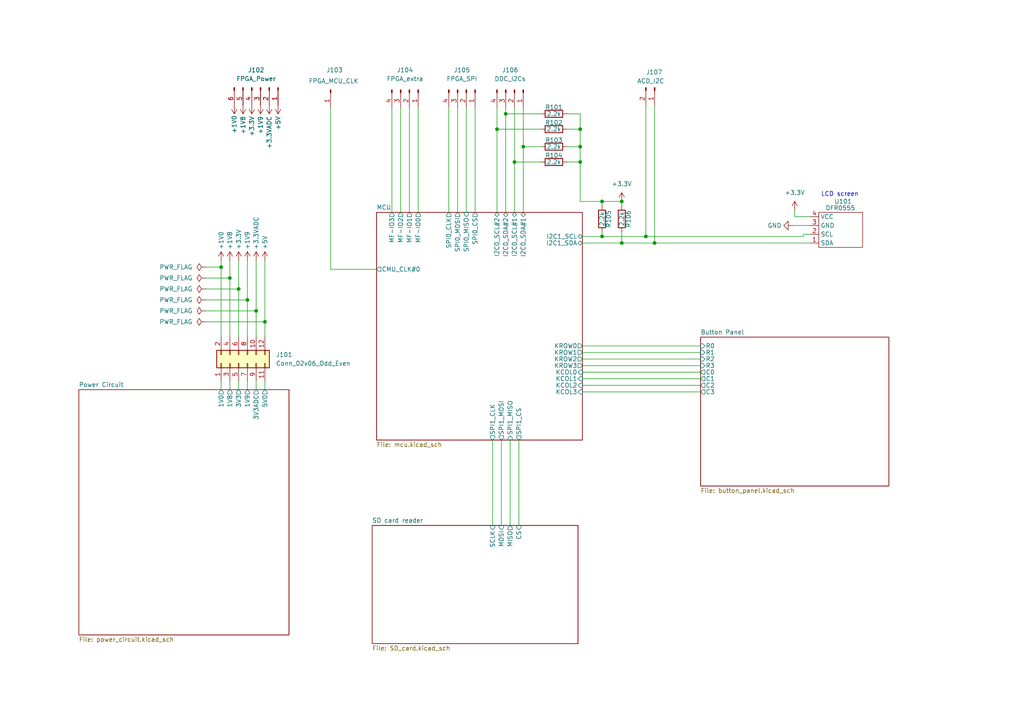
<source format=kicad_sch>
(kicad_sch (version 20211123) (generator eeschema)
  (paper "A4")
  (title_block (title "VGA Centrifuge - MCU area") (rev "v01"))
  (lib_symbols
    (symbol "Connector:Conn_01x01_Male" (pin_names (offset 1.016) hide)
      (property "Reference" "J" (at 0 2.54 0))
      (property "Value" "Conn_01x01_Male" (at 0 -2.54 0))
      (symbol "Conn_01x01_Male_1_1"
        (polyline (pts (xy 1.27 0) (xy 0.8636 0)) (stroke (width 0.1524)))
        (rectangle (start 0.8636 0.127) (end 0 -0.127) (stroke (width 0.1524)) (fill (type outline)))
        (pin passive line (at 5.08 0 180) (length 3.81) (name "Pin_1") (number "1"))
      )
    )
    (symbol "Connector:Conn_01x02_Male" (pin_names (offset 1.016) hide)
      (property "Reference" "J" (at 0 2.54 0))
      (property "Value" "Conn_01x02_Male" (at 0 -5.08 0))
      (symbol "Conn_01x02_Male_1_1"
        (polyline (pts (xy 1.27 -2.54) (xy 0.8636 -2.54)) (stroke (width 0.1524)))
        (polyline (pts (xy 1.27 0) (xy 0.8636 0)) (stroke (width 0.1524)))
        (rectangle (start 0.8636 -2.413) (end 0 -2.667) (stroke (width 0.1524)) (fill (type outline)))
        (rectangle (start 0.8636 0.127) (end 0 -0.127) (stroke (width 0.1524)) (fill (type outline)))
        (pin passive line (at 5.08 0 180) (length 3.81) (name "Pin_1") (number "1"))
        (pin passive line (at 5.08 -2.54 180) (length 3.81) (name "Pin_2") (number "2"))
      )
    )
    (symbol "Connector:Conn_01x04_Male" (pin_names (offset 1.016) hide)
      (property "Reference" "J" (at 0 5.08 0))
      (property "Value" "Conn_01x04_Male" (at 0 -7.62 0))
      (symbol "Conn_01x04_Male_1_1"
        (polyline (pts (xy 1.27 -5.08) (xy 0.8636 -5.08)) (stroke (width 0.1524)))
        (polyline (pts (xy 1.27 -2.54) (xy 0.8636 -2.54)) (stroke (width 0.1524)))
        (polyline (pts (xy 1.27 0) (xy 0.8636 0)) (stroke (width 0.1524)))
        (polyline (pts (xy 1.27 2.54) (xy 0.8636 2.54)) (stroke (width 0.1524)))
        (rectangle (start 0.8636 -4.953) (end 0 -5.207) (stroke (width 0.1524)) (fill (type outline)))
        (rectangle (start 0.8636 -2.413) (end 0 -2.667) (stroke (width 0.1524)) (fill (type outline)))
        (rectangle (start 0.8636 0.127) (end 0 -0.127) (stroke (width 0.1524)) (fill (type outline)))
        (rectangle (start 0.8636 2.667) (end 0 2.413) (stroke (width 0.1524)) (fill (type outline)))
        (pin passive line (at 5.08 2.54 180) (length 3.81) (name "Pin_1") (number "1"))
        (pin passive line (at 5.08 0 180) (length 3.81) (name "Pin_2") (number "2"))
        (pin passive line (at 5.08 -2.54 180) (length 3.81) (name "Pin_3") (number "3"))
        (pin passive line (at 5.08 -5.08 180) (length 3.81) (name "Pin_4") (number "4"))
      )
    )
    (symbol "Connector:Conn_01x06_Male" (pin_names (offset 1.016) hide)
      (property "Reference" "J" (at 0 7.62 0))
      (property "Value" "Conn_01x06_Male" (at 0 -10.16 0))
      (symbol "Conn_01x06_Male_1_1"
        (polyline (pts (xy 1.27 -7.62) (xy 0.8636 -7.62)) (stroke (width 0.1524)))
        (polyline (pts (xy 1.27 -5.08) (xy 0.8636 -5.08)) (stroke (width 0.1524)))
        (polyline (pts (xy 1.27 -2.54) (xy 0.8636 -2.54)) (stroke (width 0.1524)))
        (polyline (pts (xy 1.27 0) (xy 0.8636 0)) (stroke (width 0.1524)))
        (polyline (pts (xy 1.27 2.54) (xy 0.8636 2.54)) (stroke (width 0.1524)))
        (polyline (pts (xy 1.27 5.08) (xy 0.8636 5.08)) (stroke (width 0.1524)))
        (rectangle (start 0.8636 -7.493) (end 0 -7.747) (stroke (width 0.1524)) (fill (type outline)))
        (rectangle (start 0.8636 -4.953) (end 0 -5.207) (stroke (width 0.1524)) (fill (type outline)))
        (rectangle (start 0.8636 -2.413) (end 0 -2.667) (stroke (width 0.1524)) (fill (type outline)))
        (rectangle (start 0.8636 0.127) (end 0 -0.127) (stroke (width 0.1524)) (fill (type outline)))
        (rectangle (start 0.8636 2.667) (end 0 2.413) (stroke (width 0.1524)) (fill (type outline)))
        (rectangle (start 0.8636 5.207) (end 0 4.953) (stroke (width 0.1524)) (fill (type outline)))
        (pin passive line (at 5.08 5.08 180) (length 3.81) (name "Pin_1") (number "1"))
        (pin passive line (at 5.08 2.54 180) (length 3.81) (name "Pin_2") (number "2"))
        (pin passive line (at 5.08 0 180) (length 3.81) (name "Pin_3") (number "3"))
        (pin passive line (at 5.08 -2.54 180) (length 3.81) (name "Pin_4") (number "4"))
        (pin passive line (at 5.08 -5.08 180) (length 3.81) (name "Pin_5") (number "5"))
        (pin passive line (at 5.08 -7.62 180) (length 3.81) (name "Pin_6") (number "6"))
      )
    )
    (symbol "Connector_Generic:Conn_02x06_Odd_Even" (pin_names (offset 1.016) hide)
      (property "Reference" "J" (at 1.27 7.62 0))
      (property "Value" "Conn_02x06_Odd_Even" (at 1.27 -10.16 0))
      (symbol "Conn_02x06_Odd_Even_1_1"
        (rectangle (start -1.27 -7.493) (end 0 -7.747) (stroke (width 0.1524)))
        (rectangle (start -1.27 -4.953) (end 0 -5.207) (stroke (width 0.1524)))
        (rectangle (start -1.27 -2.413) (end 0 -2.667) (stroke (width 0.1524)))
        (rectangle (start -1.27 0.127) (end 0 -0.127) (stroke (width 0.1524)))
        (rectangle (start -1.27 2.667) (end 0 2.413) (stroke (width 0.1524)))
        (rectangle (start -1.27 5.207) (end 0 4.953) (stroke (width 0.1524)))
        (rectangle (start -1.27 6.35) (end 3.81 -8.89) (stroke (width 0.254)) (fill (type background)))
        (rectangle (start 3.81 -7.493) (end 2.54 -7.747) (stroke (width 0.1524)))
        (rectangle (start 3.81 -4.953) (end 2.54 -5.207) (stroke (width 0.1524)))
        (rectangle (start 3.81 -2.413) (end 2.54 -2.667) (stroke (width 0.1524)))
        (rectangle (start 3.81 0.127) (end 2.54 -0.127) (stroke (width 0.1524)))
        (rectangle (start 3.81 2.667) (end 2.54 2.413) (stroke (width 0.1524)))
        (rectangle (start 3.81 5.207) (end 2.54 4.953) (stroke (width 0.1524)))
        (pin passive line (at -5.08 5.08 0) (length 3.81) (name "Pin_1") (number "1"))
        (pin passive line (at 7.62 -5.08 180) (length 3.81) (name "Pin_10") (number "10"))
        (pin passive line (at -5.08 -7.62 0) (length 3.81) (name "Pin_11") (number "11"))
        (pin passive line (at 7.62 -7.62 180) (length 3.81) (name "Pin_12") (number "12"))
        (pin passive line (at 7.62 5.08 180) (length 3.81) (name "Pin_2") (number "2"))
        (pin passive line (at -5.08 2.54 0) (length 3.81) (name "Pin_3") (number "3"))
        (pin passive line (at 7.62 2.54 180) (length 3.81) (name "Pin_4") (number "4"))
        (pin passive line (at -5.08 0 0) (length 3.81) (name "Pin_5") (number "5"))
        (pin passive line (at 7.62 0 180) (length 3.81) (name "Pin_6") (number "6"))
        (pin passive line (at -5.08 -2.54 0) (length 3.81) (name "Pin_7") (number "7"))
        (pin passive line (at 7.62 -2.54 180) (length 3.81) (name "Pin_8") (number "8"))
        (pin passive line (at -5.08 -5.08 0) (length 3.81) (name "Pin_9") (number "9"))
      )
    )
    (symbol "Device:R" (pin_numbers hide) (pin_names (offset 0))
      (property "Reference" "R" (at 2.032 0 90))
      (property "Value" "R" (at 0 0 90))
      (symbol "R_0_1"
        (rectangle (start -1.016 -2.54) (end 1.016 2.54) (stroke (width 0.254)))
      )
      (symbol "R_1_1"
        (pin passive line (at 0 3.81 270) (length 1.27) (name "~") (number "1"))
        (pin passive line (at 0 -3.81 90) (length 1.27) (name "~") (number "2"))
      )
    )
    (symbol "mcu_centrifuge_library:+1V9" (power) (pin_names (offset 0))
      (property "Value" "+1V9" (at 0 3.556 0))
      (symbol "+1V9_0_1"
        (polyline (pts (xy -0.762 1.27) (xy 0 2.54)))
        (polyline (pts (xy 0 0) (xy 0 2.54)))
        (polyline (pts (xy 0 2.54) (xy 0.762 1.27)))
      )
      (symbol "+1V9_1_1"
        (pin power_in line (at 0 0 90) (length 0) hide (name "+1V9") (number "1"))
      )
    )
    (symbol "mcu_centrifuge_library:DFR0555"
      (property "Reference" "U101" (at -1.905 5.715 0))
      (property "Value" "DFR0555" (at -4.445 3.81 0))
      (symbol "DFR0555_0_1"
        (rectangle (start -6.35 2.54) (end 6.35 -7.62))
      )
      (symbol "DFR0555_1_1"
        (pin open_collector line (at -8.89 -6.35 0) (length 2.54) (name "SDA") (number "1"))
        (pin open_collector line (at -8.89 -3.81 0) (length 2.54) (name "SCL") (number "2"))
        (pin power_in line (at -8.89 -1.27 0) (length 2.54) (name "GND") (number "3"))
        (pin power_in line (at -8.89 1.27 0) (length 2.54) (name "VCC") (number "4"))
      )
    )
    (symbol "power:+1V0" (power) (pin_names (offset 0))
      (property "Value" "+1V0" (at 0 3.556 0))
      (symbol "+1V0_0_1"
        (polyline (pts (xy -0.762 1.27) (xy 0 2.54)))
        (polyline (pts (xy 0 0) (xy 0 2.54)))
        (polyline (pts (xy 0 2.54) (xy 0.762 1.27)))
      )
      (symbol "+1V0_1_1"
        (pin power_in line (at 0 0 90) (length 0) hide (name "+1V0") (number "1"))
      )
    )
    (symbol "power:+1V8" (power) (pin_names (offset 0))
      (property "Value" "+1V8" (at 0 3.556 0))
      (symbol "+1V8_0_1"
        (polyline (pts (xy -0.762 1.27) (xy 0 2.54)))
        (polyline (pts (xy 0 0) (xy 0 2.54)))
        (polyline (pts (xy 0 2.54) (xy 0.762 1.27)))
      )
      (symbol "+1V8_1_1"
        (pin power_in line (at 0 0 90) (length 0) hide (name "+1V8") (number "1"))
      )
    )
    (symbol "power:+3.3V" (power) (pin_names (offset 0))
      (property "Value" "+3.3V" (at 0 3.556 0))
      (symbol "+3.3V_0_1"
        (polyline (pts (xy -0.762 1.27) (xy 0 2.54)))
        (polyline (pts (xy 0 0) (xy 0 2.54)))
        (polyline (pts (xy 0 2.54) (xy 0.762 1.27)))
      )
      (symbol "+3.3V_1_1"
        (pin power_in line (at 0 0 90) (length 0) hide (name "+3.3V") (number "1"))
      )
    )
    (symbol "power:+3.3VADC" (power) (pin_names (offset 0))
      (property "Value" "+3.3VADC" (at 0 2.54 0))
      (symbol "+3.3VADC_0_0"
        (pin power_in line (at 0 0 90) (length 0) hide (name "+3.3VADC") (number "1"))
      )
      (symbol "+3.3VADC_0_1"
        (polyline (pts (xy -0.762 1.27) (xy 0 2.54)))
        (polyline (pts (xy 0 0) (xy 0 2.54)))
        (polyline (pts (xy 0 2.54) (xy 0.762 1.27)))
      )
    )
    (symbol "power:+5V" (power) (pin_names (offset 0))
      (property "Value" "+5V" (at 0 3.556 0))
      (symbol "+5V_0_1"
        (polyline (pts (xy -0.762 1.27) (xy 0 2.54)))
        (polyline (pts (xy 0 0) (xy 0 2.54)))
        (polyline (pts (xy 0 2.54) (xy 0.762 1.27)))
      )
      (symbol "+5V_1_1"
        (pin power_in line (at 0 0 90) (length 0) hide (name "+5V") (number "1"))
      )
    )
    (symbol "power:GND" (power) (pin_names (offset 0))
      (property "Value" "GND" (at 0 -3.81 0))
      (symbol "GND_0_1"
        (polyline (pts (xy 0 0) (xy 0 -1.27) (xy 1.27 -1.27) (xy 0 -2.54) (xy -1.27 -1.27) (xy 0 -1.27)))
      )
      (symbol "GND_1_1"
        (pin power_in line (at 0 0 270) (length 0) hide (name "GND") (number "1"))
      )
    )
    (symbol "power:PWR_FLAG" (power) (pin_numbers hide) (pin_names (offset 0) hide)
      (property "Value" "PWR_FLAG" (at 0 3.81 0))
      (symbol "PWR_FLAG_0_0"
        (pin power_out line (at 0 0 90) (length 0) (name "pwr") (number "1"))
      )
      (symbol "PWR_FLAG_0_1"
        (polyline (pts (xy 0 0) (xy 0 1.27) (xy -1.016 1.905) (xy 0 2.54) (xy 1.016 1.905) (xy 0 1.27)))
      )
    )
  )
  (junction (at 71.755 86.995))
  (junction (at 168.275 42.545))
  (junction (at 187.325 68.58))
  (junction (at 149.225 46.99))
  (junction (at 144.145 37.465))
  (junction (at 76.835 93.345))
  (junction (at 189.865 70.485))
  (junction (at 74.295 90.17))
  (junction (at 174.625 68.58))
  (junction (at 168.275 37.465))
  (junction (at 174.625 58.42))
  (junction (at 66.675 80.645))
  (junction (at 180.34 58.42))
  (junction (at 180.34 70.485))
  (junction (at 151.765 42.545))
  (junction (at 64.135 77.47))
  (junction (at 69.215 83.82))
  (junction (at 146.685 33.02))
  (junction (at 168.275 46.99))
  (wire (pts (xy 174.625 58.42) (xy 174.625 59.69)))
  (wire (pts (xy 135.255 31.115) (xy 135.255 61.595)))
  (wire (pts (xy 59.69 83.82) (xy 69.215 83.82)))
  (wire (pts (xy 149.225 46.99) (xy 149.225 61.595)))
  (wire (pts (xy 76.835 75.565) (xy 76.835 93.345)))
  (wire (pts (xy 168.275 58.42) (xy 174.625 58.42)))
  (wire (pts (xy 69.215 113.03) (xy 69.215 110.49)))
  (wire (pts (xy 230.505 62.865) (xy 230.505 60.96)))
  (wire (pts (xy 149.225 31.115) (xy 149.225 46.99)))
  (wire (pts (xy 164.465 33.02) (xy 168.275 33.02)))
  (wire (pts (xy 142.875 127.635) (xy 142.875 152.4)))
  (wire (pts (xy 168.275 42.545) (xy 168.275 46.99)))
  (wire (pts (xy 144.145 31.115) (xy 144.145 37.465)))
  (wire (pts (xy 229.87 65.405) (xy 234.95 65.405)))
  (wire (pts (xy 168.91 102.235) (xy 203.2 102.235)))
  (wire (pts (xy 151.765 42.545) (xy 156.845 42.545)))
  (wire (pts (xy 168.275 37.465) (xy 168.275 42.545)))
  (wire (pts (xy 230.505 62.865) (xy 234.95 62.865)))
  (wire (pts (xy 130.175 31.115) (xy 130.175 61.595)))
  (wire (pts (xy 74.295 110.49) (xy 74.295 113.03)))
  (wire (pts (xy 189.865 70.485) (xy 234.95 70.485)))
  (wire (pts (xy 118.745 31.115) (xy 118.745 61.595)))
  (wire (pts (xy 168.91 107.95) (xy 203.2 107.95)))
  (wire (pts (xy 74.295 75.565) (xy 74.295 90.17)))
  (wire (pts (xy 64.135 113.03) (xy 64.135 110.49)))
  (wire (pts (xy 59.69 86.995) (xy 71.755 86.995)))
  (wire (pts (xy 168.91 100.33) (xy 203.2 100.33)))
  (wire (pts (xy 71.755 86.995) (xy 71.755 97.79)))
  (wire (pts (xy 147.955 127.635) (xy 147.955 152.4)))
  (wire (pts (xy 59.69 80.645) (xy 66.675 80.645)))
  (wire (pts (xy 168.91 70.485) (xy 180.34 70.485)))
  (wire (pts (xy 71.755 110.49) (xy 71.755 113.03)))
  (wire (pts (xy 66.675 75.565) (xy 66.675 80.645)))
  (wire (pts (xy 146.685 33.02) (xy 146.685 61.595)))
  (wire (pts (xy 168.275 46.99) (xy 168.275 58.42)))
  (wire (pts (xy 168.91 106.045) (xy 203.2 106.045)))
  (wire (pts (xy 59.69 90.17) (xy 74.295 90.17)))
  (wire (pts (xy 137.795 31.115) (xy 137.795 61.595)))
  (wire (pts (xy 187.325 68.58) (xy 233.045 68.58)))
  (wire (pts (xy 149.225 46.99) (xy 156.845 46.99)))
  (wire (pts (xy 180.34 70.485) (xy 189.865 70.485)))
  (wire (pts (xy 64.135 75.565) (xy 64.135 77.47)))
  (wire (pts (xy 168.91 68.58) (xy 174.625 68.58)))
  (wire (pts (xy 187.325 30.48) (xy 187.325 68.58)))
  (wire (pts (xy 69.215 83.82) (xy 69.215 97.79)))
  (wire (pts (xy 132.715 31.115) (xy 132.715 61.595)))
  (wire (pts (xy 168.91 109.855) (xy 203.2 109.855)))
  (wire (pts (xy 109.22 78.105) (xy 95.885 78.105)))
  (wire (pts (xy 180.34 67.31) (xy 180.34 70.485)))
  (wire (pts (xy 174.625 58.42) (xy 180.34 58.42)))
  (wire (pts (xy 168.275 33.02) (xy 168.275 37.465)))
  (wire (pts (xy 66.675 113.03) (xy 66.675 110.49)))
  (wire (pts (xy 121.285 31.115) (xy 121.285 61.595)))
  (wire (pts (xy 116.205 31.115) (xy 116.205 61.595)))
  (wire (pts (xy 76.835 110.49) (xy 76.835 113.03)))
  (wire (pts (xy 164.465 46.99) (xy 168.275 46.99)))
  (wire (pts (xy 66.675 80.645) (xy 66.675 97.79)))
  (wire (pts (xy 189.865 30.48) (xy 189.865 70.485)))
  (wire (pts (xy 233.045 67.945) (xy 234.95 67.945)))
  (wire (pts (xy 144.145 37.465) (xy 156.845 37.465)))
  (wire (pts (xy 151.765 42.545) (xy 151.765 61.595)))
  (wire (pts (xy 151.765 31.115) (xy 151.765 42.545)))
  (wire (pts (xy 95.885 31.115) (xy 95.885 78.105)))
  (wire (pts (xy 164.465 42.545) (xy 168.275 42.545)))
  (wire (pts (xy 180.34 58.42) (xy 180.34 59.69)))
  (wire (pts (xy 71.755 75.565) (xy 71.755 86.995)))
  (wire (pts (xy 233.045 68.58) (xy 233.045 67.945)))
  (wire (pts (xy 144.145 37.465) (xy 144.145 61.595)))
  (wire (pts (xy 168.91 111.76) (xy 203.2 111.76)))
  (wire (pts (xy 168.91 104.14) (xy 203.2 104.14)))
  (wire (pts (xy 174.625 68.58) (xy 187.325 68.58)))
  (wire (pts (xy 146.685 33.02) (xy 156.845 33.02)))
  (wire (pts (xy 164.465 37.465) (xy 168.275 37.465)))
  (wire (pts (xy 168.91 113.665) (xy 203.2 113.665)))
  (wire (pts (xy 150.495 127.635) (xy 150.495 152.4)))
  (wire (pts (xy 174.625 67.31) (xy 174.625 68.58)))
  (wire (pts (xy 113.665 31.115) (xy 113.665 61.595)))
  (wire (pts (xy 59.69 93.345) (xy 76.835 93.345)))
  (wire (pts (xy 64.135 77.47) (xy 64.135 97.79)))
  (wire (pts (xy 69.215 75.565) (xy 69.215 83.82)))
  (wire (pts (xy 59.69 77.47) (xy 64.135 77.47)))
  (wire (pts (xy 74.295 90.17) (xy 74.295 97.79)))
  (wire (pts (xy 76.835 93.345) (xy 76.835 97.79)))
  (wire (pts (xy 146.685 31.115) (xy 146.685 33.02)))
  (wire (pts (xy 145.415 127.635) (xy 145.415 152.4)))
  (text "LCD screen" (at 238.125 57.15 0) (effects (font (size 1.27 1.27)) (justify left bottom)))
  (symbol (lib_id "power:PWR_FLAG") (at 59.69 80.645 90) (unit 1)
    (property "Reference" "#FLG0102" (effects hide))
    (property "Value" "PWR_FLAG" (at 55.88 80.6449 90) (effects (justify left)))
  )
  (symbol (lib_id "power:+5V") (at 80.645 30.48 180) (unit 1)
    (property "Reference" "#PWR0112" (effects hide))
    (property "Value" "+5V" (at 80.6451 33.655 90) (effects (justify left)))
  )
  (symbol (lib_id "Device:R") (at 160.655 42.545 90) (unit 1)
    (property "Reference" "R103" (at 160.655 40.64 90))
    (property "Value" "2.2k" (at 160.655 42.545 90))
    (property "Footprint" "Resistor_SMD:R_0805_2012Metric_Pad1.20x1.40mm_HandSolder" (effects hide))
    (property "Purchase" "https://www.digikey.no/no/products/detail/yageo/AC0805FR-072K2L/5896727" (effects hide))
  )
  (symbol (lib_id "Connector:Conn_01x04_Male") (at 135.255 26.035 270) (unit 1)
    (property "Reference" "J105" (at 133.985 20.32 90))
    (property "Value" "FPGA_SPI" (at 133.985 22.86 90))
    (property "Footprint" "Connector_PinHeader_2.54mm:PinHeader_1x04_P2.54mm_Vertical" (effects hide))
  )
  (symbol (lib_id "Device:R") (at 174.625 63.5 0) (unit 1)
    (property "Reference" "R105" (at 176.53 63.5 90))
    (property "Value" "2.2k" (at 174.625 63.5 90))
    (property "Footprint" "Resistor_SMD:R_0805_2012Metric_Pad1.20x1.40mm_HandSolder" (effects hide))
    (property "Purchase" "https://www.digikey.no/no/products/detail/yageo/AC0805FR-072K2L/5896727" (effects hide))
  )
  (symbol (lib_id "Device:R") (at 180.34 63.5 0) (unit 1)
    (property "Reference" "R106" (at 182.245 63.5 90))
    (property "Value" "2.2k" (at 180.34 63.5 90))
    (property "Footprint" "Resistor_SMD:R_0805_2012Metric_Pad1.20x1.40mm_HandSolder" (effects hide))
    (property "Purchase" "https://www.digikey.no/no/products/detail/yageo/AC0805FR-072K2L/5896727" (effects hide))
  )
  (symbol (lib_id "power:+3.3V") (at 230.505 60.96 0) (unit 1)
    (property "Reference" "#PWR0115" (effects hide))
    (property "Value" "+3.3V" (at 230.505 55.88 0))
  )
  (symbol (lib_id "Connector:Conn_01x06_Male") (at 75.565 25.4 270) (unit 1)
    (property "Reference" "J102" (at 74.295 20.32 90))
    (property "Value" "FPGA_Power" (at 74.295 22.86 90))
    (property "Footprint" "Connector_PinHeader_2.54mm:PinHeader_1x06_P2.54mm_Vertical" (effects hide))
  )
  (symbol (lib_id "power:PWR_FLAG") (at 59.69 93.345 90) (unit 1)
    (property "Reference" "#FLG0106" (effects hide))
    (property "Value" "PWR_FLAG" (at 55.88 93.3449 90) (effects (justify left)))
  )
  (symbol (lib_id "Device:R") (at 160.655 46.99 90) (unit 1)
    (property "Reference" "R104" (at 160.655 45.085 90))
    (property "Value" "2.2k" (at 160.655 46.99 90))
    (property "Footprint" "Resistor_SMD:R_0805_2012Metric_Pad1.20x1.40mm_HandSolder" (effects hide))
    (property "Purchase" "https://www.digikey.no/no/products/detail/yageo/AC0805FR-072K2L/5896727" (effects hide))
  )
  (symbol (lib_id "mcu_centrifuge_library:+1V9") (at 75.565 30.48 180) (unit 1)
    (property "Reference" "#PWR0109" (effects hide))
    (property "Value" "+1V9" (at 75.5651 33.655 90) (effects (justify left)))
  )
  (symbol (lib_id "power:PWR_FLAG") (at 59.69 90.17 90) (unit 1)
    (property "Reference" "#FLG0105" (effects hide))
    (property "Value" "PWR_FLAG" (at 55.88 90.1699 90) (effects (justify left)))
  )
  (symbol (lib_id "power:+3.3VADC") (at 74.295 75.565 0) (unit 1)
    (property "Reference" "#PWR0108" (effects hide))
    (property "Value" "+3.3VADC" (at 74.2949 72.39 90) (effects (justify left)))
  )
  (symbol (lib_id "power:+1V0") (at 64.135 75.565 0) (unit 1)
    (property "Reference" "#PWR0101" (effects hide))
    (property "Value" "+1V0" (at 64.1349 72.39 90) (effects (justify left)))
  )
  (symbol (lib_id "power:+3.3VADC") (at 78.105 30.48 180) (unit 1)
    (property "Reference" "#PWR0111" (effects hide))
    (property "Value" "+3.3VADC" (at 78.1051 33.655 90) (effects (justify left)))
  )
  (symbol (lib_id "power:PWR_FLAG") (at 59.69 86.995 90) (unit 1)
    (property "Reference" "#FLG0104" (effects hide))
    (property "Value" "PWR_FLAG" (at 55.88 86.9949 90) (effects (justify left)))
  )
  (symbol (lib_id "Connector:Conn_01x01_Male") (at 95.885 26.035 270) (unit 1)
    (property "Reference" "J103" (at 94.615 20.32 90) (effects (justify left)))
    (property "Value" "FPGA_MCU_CLK" (at 89.535 23.495 90) (effects (justify left)))
    (property "Footprint" "Connector_PinHeader_2.54mm:PinHeader_1x01_P2.54mm_Vertical" (effects hide))
  )
  (symbol (lib_id "power:+3.3V") (at 69.215 75.565 0) (unit 1)
    (property "Reference" "#PWR0104" (effects hide))
    (property "Value" "+3.3V" (at 69.2149 72.39 90) (effects (justify left)))
  )
  (symbol (lib_id "Connector:Conn_01x04_Male") (at 118.745 26.035 270) (unit 1)
    (property "Reference" "J104" (at 117.475 20.32 90))
    (property "Value" "FPGA_extra" (at 117.475 22.86 90))
    (property "Footprint" "Connector_PinHeader_2.54mm:PinHeader_1x04_P2.54mm_Vertical" (effects hide))
  )
  (symbol (lib_id "mcu_centrifuge_library:DFR0555") (at 243.84 64.135 0) (unit 1)
    (property "Reference" "U101" (at 241.935 58.42 0) (effects (justify left)))
    (property "Value" "DFR0555" (at 239.395 60.325 0) (effects (justify left)))
    (property "Footprint" "Connector_PinHeader_2.54mm:PinHeader_1x04_P2.54mm_Vertical" (effects hide))
    (property "Purchase" "https://www.digikey.no/no/products/detail/trinamic-motion-control-gmbh/CABLE-PH04/9381900" (effects hide))
  )
  (symbol (lib_id "Connector:Conn_01x02_Male") (at 189.865 25.4 270) (unit 1)
    (property "Reference" "J107" (at 187.325 20.955 90) (effects (justify left)))
    (property "Value" "ACD_I2C" (at 184.785 23.495 90) (effects (justify left)))
    (property "Footprint" "Connector_PinHeader_2.54mm:PinHeader_1x02_P2.54mm_Vertical" (effects hide))
  )
  (symbol (lib_id "power:+5V") (at 76.835 75.565 0) (unit 1)
    (property "Reference" "#PWR0110" (effects hide))
    (property "Value" "+5V" (at 76.8349 72.39 90) (effects (justify left)))
  )
  (symbol (lib_id "power:+1V0") (at 67.945 30.48 180) (unit 1)
    (property "Reference" "#PWR0103" (effects hide))
    (property "Value" "+1V0" (at 67.945 38.735 90) (effects (justify right)))
  )
  (symbol (lib_id "power:+1V8") (at 66.675 75.565 0) (unit 1)
    (property "Reference" "#PWR0102" (effects hide))
    (property "Value" "+1V8" (at 66.6749 72.39 90) (effects (justify left)))
  )
  (symbol (lib_id "power:PWR_FLAG") (at 59.69 83.82 90) (unit 1)
    (property "Reference" "#FLG0103" (effects hide))
    (property "Value" "PWR_FLAG" (at 55.88 83.8199 90) (effects (justify left)))
  )
  (symbol (lib_id "power:+3.3V") (at 73.025 30.48 180) (unit 1)
    (property "Reference" "#PWR0107" (effects hide))
    (property "Value" "+3.3V" (at 73.0251 33.655 90) (effects (justify left)))
  )
  (symbol (lib_id "power:PWR_FLAG") (at 59.69 77.47 90) (unit 1)
    (property "Reference" "#FLG0101" (effects hide))
    (property "Value" "PWR_FLAG" (at 55.88 77.4699 90) (effects (justify left)))
  )
  (symbol (lib_id "power:GND") (at 229.87 65.405 270) (unit 1)
    (property "Reference" "#PWR0114" (effects hide))
    (property "Value" "GND" (at 226.695 65.4049 90) (effects (justify right)))
  )
  (symbol (lib_id "Connector_Generic:Conn_02x06_Odd_Even") (at 69.215 105.41 90) (unit 1)
    (property "Reference" "J101" (at 80.01 102.8699 90) (effects (justify right)))
    (property "Value" "Conn_02x06_Odd_Even" (at 80.01 105.4099 90) (effects (justify right)))
    (property "Footprint" "Connector_PinHeader_2.54mm:PinHeader_2x06_P2.54mm_Vertical" (effects hide))
  )
  (symbol (lib_id "power:+3.3V") (at 180.34 58.42 0) (unit 1)
    (property "Reference" "#PWR0113" (effects hide))
    (property "Value" "+3.3V" (at 180.34 53.34 0))
  )
  (symbol (lib_id "mcu_centrifuge_library:+1V9") (at 71.755 75.565 0) (unit 1)
    (property "Reference" "#PWR0106" (effects hide))
    (property "Value" "+1V9" (at 71.7549 72.39 90) (effects (justify left)))
  )
  (symbol (lib_id "power:+1V8") (at 70.485 30.48 180) (unit 1)
    (property "Reference" "#PWR0105" (effects hide))
    (property "Value" "+1V8" (at 70.4851 33.655 90) (effects (justify left)))
  )
  (symbol (lib_id "Device:R") (at 160.655 33.02 90) (unit 1)
    (property "Reference" "R101" (at 160.655 31.115 90))
    (property "Value" "2.2k" (at 160.655 33.02 90))
    (property "Footprint" "Resistor_SMD:R_0805_2012Metric_Pad1.20x1.40mm_HandSolder" (effects hide))
    (property "Purchase" "https://www.digikey.no/no/products/detail/yageo/AC0805FR-072K2L/5896727" (effects hide))
  )
  (symbol (lib_id "Connector:Conn_01x04_Male") (at 149.225 26.035 270) (unit 1)
    (property "Reference" "J106" (at 147.955 20.32 90))
    (property "Value" "DDC_I2Cs" (at 147.955 22.86 90))
    (property "Footprint" "Connector_PinHeader_2.54mm:PinHeader_1x04_P2.54mm_Vertical" (effects hide))
  )
  (symbol (lib_id "Device:R") (at 160.655 37.465 90) (unit 1)
    (property "Reference" "R102" (at 160.655 35.56 90))
    (property "Value" "2.2k" (at 160.655 37.465 90))
    (property "Footprint" "Resistor_SMD:R_0805_2012Metric_Pad1.20x1.40mm_HandSolder" (effects hide))
    (property "Purchase" "https://www.digikey.no/no/products/detail/yageo/AC0805FR-072K2L/5896727" (effects hide))
  )
  (sheet (at 22.86 113.03) (size 60.96 71.12) (stroke (width 0.1524))
    (property "Sheet name" "Power Circuit" (at 22.86 112.3184 0) (effects (justify left bottom)))
    (property "Sheet file" "power_circuit.kicad_sch" (at 22.86 184.7346 0) (effects (justify left top)))
    (pin "3V3ADC" output (at 74.295 113.03 90))
    (pin "3V3" output (at 69.215 113.03 90))
    (pin "1V0" output (at 64.135 113.03 90))
    (pin "1V8" output (at 66.675 113.03 90))
    (pin "1V9" output (at 71.755 113.03 90))
    (pin "5V0" output (at 76.835 113.03 90))
  )
  (sheet (at 203.2 97.79) (size 54.61 43.18) (stroke (width 0.1524))
    (property "Sheet name" "Button Panel" (at 203.2 97.0784 0) (effects (justify left bottom)))
    (property "Sheet file" "button_panel.kicad_sch" (at 203.2 141.5546 0) (effects (justify left top)))
    (pin "R1" input (at 203.2 102.235 180))
    (pin "R0" input (at 203.2 100.33 180))
    (pin "R2" input (at 203.2 104.14 180))
    (pin "R3" input (at 203.2 106.045 180))
    (pin "C0" output (at 203.2 107.95 180))
    (pin "C2" output (at 203.2 111.76 180))
    (pin "C1" output (at 203.2 109.855 180))
    (pin "C3" output (at 203.2 113.665 180))
  )
  (sheet (at 109.22 61.595) (size 59.69 66.04) (stroke (width 0.1524))
    (property "Sheet name" "MCU" (at 109.22 60.8834 0) (effects (justify left bottom)))
    (property "Sheet file" "mcu.kicad_sch" (at 109.22 128.2196 0) (effects (justify left top)))
    (pin "KROW0" output (at 168.91 100.33 0))
    (pin "KROW1" output (at 168.91 102.235 0))
    (pin "KROW2" output (at 168.91 104.14 0))
    (pin "KCOL2" input (at 168.91 111.76 0))
    (pin "KROW3" output (at 168.91 106.045 0))
    (pin "KCOL0" input (at 168.91 107.95 0))
    (pin "KCOL1" input (at 168.91 109.855 0))
    (pin "KCOL3" input (at 168.91 113.665 0))
    (pin "SPI0_CS" output (at 137.795 61.595 90))
    (pin "SPI0_MOSI" output (at 132.715 61.595 90))
    (pin "SPI0_MISO" input (at 135.255 61.595 90))
    (pin "SPI0_CLK" output (at 130.175 61.595 90))
    (pin "SPI1_MISO" input (at 147.955 127.635 270))
    (pin "SPI1_MOSI" output (at 145.415 127.635 270))
    (pin "SPI1_CLK" output (at 142.875 127.635 270))
    (pin "SPI1_CS" output (at 150.495 127.635 270))
    (pin "I2C1_SDA" bidirectional (at 168.91 70.485 0))
    (pin "I2C1_SCL" bidirectional (at 168.91 68.58 0))
    (pin "I2C0_SDA#1" bidirectional (at 151.765 61.595 90))
    (pin "I2C0_SCL#1" bidirectional (at 149.225 61.595 90))
    (pin "MF-IO0" output (at 121.285 61.595 90))
    (pin "MF-IO1" output (at 118.745 61.595 90))
    (pin "MF-IO2" output (at 116.205 61.595 90))
    (pin "MF-IO3" output (at 113.665 61.595 90))
    (pin "I2C0_SCL#2" bidirectional (at 144.145 61.595 90))
    (pin "I2C0_SDA#2" bidirectional (at 146.685 61.595 90))
    (pin "CMU_CLK#0" output (at 109.22 78.105 180))
  )
  (sheet (at 107.95 152.4) (size 59.69 34.29) (stroke (width 0.1524))
    (property "Sheet name" "SD card reader" (at 107.95 151.6884 0) (effects (justify left bottom)))
    (property "Sheet file" "SD_card.kicad_sch" (at 107.95 187.2746 0) (effects (justify left top)))
    (pin "MISO" output (at 147.955 152.4 90))
    (pin "CS" input (at 150.495 152.4 90))
    (pin "MOSI" input (at 145.415 152.4 90))
    (pin "SCLK" input (at 142.875 152.4 90))
  )
)
</source>
